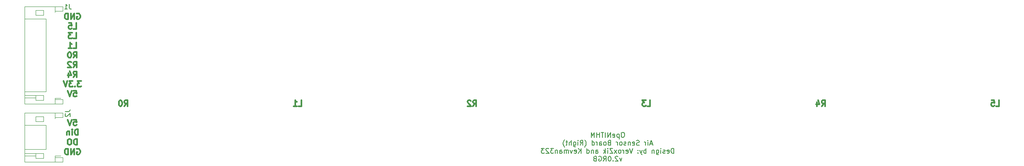
<source format=gbr>
G04 #@! TF.GenerationSoftware,KiCad,Pcbnew,(5.1.7)-1*
G04 #@! TF.CreationDate,2021-03-22T01:50:53-04:00*
G04 #@! TF.ProjectId,Circuit-AirSensor-Right,43697263-7569-4742-9d41-697253656e73,rev?*
G04 #@! TF.SameCoordinates,Original*
G04 #@! TF.FileFunction,Legend,Bot*
G04 #@! TF.FilePolarity,Positive*
%FSLAX46Y46*%
G04 Gerber Fmt 4.6, Leading zero omitted, Abs format (unit mm)*
G04 Created by KiCad (PCBNEW (5.1.7)-1) date 2021-03-22 01:50:53*
%MOMM*%
%LPD*%
G01*
G04 APERTURE LIST*
%ADD10C,0.300000*%
%ADD11C,0.150000*%
%ADD12C,0.120000*%
G04 APERTURE END LIST*
D10*
X60414285Y-118400000D02*
X60528571Y-118342857D01*
X60700000Y-118342857D01*
X60871428Y-118400000D01*
X60985714Y-118514285D01*
X61042857Y-118628571D01*
X61100000Y-118857142D01*
X61100000Y-119028571D01*
X61042857Y-119257142D01*
X60985714Y-119371428D01*
X60871428Y-119485714D01*
X60700000Y-119542857D01*
X60585714Y-119542857D01*
X60414285Y-119485714D01*
X60357142Y-119428571D01*
X60357142Y-119028571D01*
X60585714Y-119028571D01*
X59842857Y-119542857D02*
X59842857Y-118342857D01*
X59157142Y-119542857D01*
X59157142Y-118342857D01*
X58585714Y-119542857D02*
X58585714Y-118342857D01*
X58300000Y-118342857D01*
X58128571Y-118400000D01*
X58014285Y-118514285D01*
X57957142Y-118628571D01*
X57900000Y-118857142D01*
X57900000Y-119028571D01*
X57957142Y-119257142D01*
X58014285Y-119371428D01*
X58128571Y-119485714D01*
X58300000Y-119542857D01*
X58585714Y-119542857D01*
X60442857Y-117542857D02*
X60442857Y-116342857D01*
X60157142Y-116342857D01*
X59985714Y-116400000D01*
X59871428Y-116514285D01*
X59814285Y-116628571D01*
X59757142Y-116857142D01*
X59757142Y-117028571D01*
X59814285Y-117257142D01*
X59871428Y-117371428D01*
X59985714Y-117485714D01*
X60157142Y-117542857D01*
X60442857Y-117542857D01*
X59014285Y-116342857D02*
X58785714Y-116342857D01*
X58671428Y-116400000D01*
X58557142Y-116514285D01*
X58500000Y-116742857D01*
X58500000Y-117142857D01*
X58557142Y-117371428D01*
X58671428Y-117485714D01*
X58785714Y-117542857D01*
X59014285Y-117542857D01*
X59128571Y-117485714D01*
X59242857Y-117371428D01*
X59300000Y-117142857D01*
X59300000Y-116742857D01*
X59242857Y-116514285D01*
X59128571Y-116400000D01*
X59014285Y-116342857D01*
X60642857Y-115542857D02*
X60642857Y-114342857D01*
X60357142Y-114342857D01*
X60185714Y-114400000D01*
X60071428Y-114514285D01*
X60014285Y-114628571D01*
X59957142Y-114857142D01*
X59957142Y-115028571D01*
X60014285Y-115257142D01*
X60071428Y-115371428D01*
X60185714Y-115485714D01*
X60357142Y-115542857D01*
X60642857Y-115542857D01*
X59442857Y-115542857D02*
X59442857Y-114742857D01*
X59442857Y-114342857D02*
X59500000Y-114400000D01*
X59442857Y-114457142D01*
X59385714Y-114400000D01*
X59442857Y-114342857D01*
X59442857Y-114457142D01*
X58871428Y-114742857D02*
X58871428Y-115542857D01*
X58871428Y-114857142D02*
X58814285Y-114800000D01*
X58700000Y-114742857D01*
X58528571Y-114742857D01*
X58414285Y-114800000D01*
X58357142Y-114914285D01*
X58357142Y-115542857D01*
X59728571Y-112342857D02*
X60300000Y-112342857D01*
X60357142Y-112914285D01*
X60300000Y-112857142D01*
X60185714Y-112800000D01*
X59900000Y-112800000D01*
X59785714Y-112857142D01*
X59728571Y-112914285D01*
X59671428Y-113028571D01*
X59671428Y-113314285D01*
X59728571Y-113428571D01*
X59785714Y-113485714D01*
X59900000Y-113542857D01*
X60185714Y-113542857D01*
X60300000Y-113485714D01*
X60357142Y-113428571D01*
X59328571Y-112342857D02*
X58928571Y-113542857D01*
X58528571Y-112342857D01*
X70200000Y-109542857D02*
X70600000Y-108971428D01*
X70885714Y-109542857D02*
X70885714Y-108342857D01*
X70428571Y-108342857D01*
X70314285Y-108400000D01*
X70257142Y-108457142D01*
X70200000Y-108571428D01*
X70200000Y-108742857D01*
X70257142Y-108857142D01*
X70314285Y-108914285D01*
X70428571Y-108971428D01*
X70885714Y-108971428D01*
X69457142Y-108342857D02*
X69342857Y-108342857D01*
X69228571Y-108400000D01*
X69171428Y-108457142D01*
X69114285Y-108571428D01*
X69057142Y-108800000D01*
X69057142Y-109085714D01*
X69114285Y-109314285D01*
X69171428Y-109428571D01*
X69228571Y-109485714D01*
X69342857Y-109542857D01*
X69457142Y-109542857D01*
X69571428Y-109485714D01*
X69628571Y-109428571D01*
X69685714Y-109314285D01*
X69742857Y-109085714D01*
X69742857Y-108800000D01*
X69685714Y-108571428D01*
X69628571Y-108457142D01*
X69571428Y-108400000D01*
X69457142Y-108342857D01*
X59728571Y-106342857D02*
X60300000Y-106342857D01*
X60357142Y-106914285D01*
X60300000Y-106857142D01*
X60185714Y-106800000D01*
X59900000Y-106800000D01*
X59785714Y-106857142D01*
X59728571Y-106914285D01*
X59671428Y-107028571D01*
X59671428Y-107314285D01*
X59728571Y-107428571D01*
X59785714Y-107485714D01*
X59900000Y-107542857D01*
X60185714Y-107542857D01*
X60300000Y-107485714D01*
X60357142Y-107428571D01*
X59328571Y-106342857D02*
X58928571Y-107542857D01*
X58528571Y-106342857D01*
D11*
X173214285Y-114977380D02*
X173023809Y-114977380D01*
X172928571Y-115025000D01*
X172833333Y-115120238D01*
X172785714Y-115310714D01*
X172785714Y-115644047D01*
X172833333Y-115834523D01*
X172928571Y-115929761D01*
X173023809Y-115977380D01*
X173214285Y-115977380D01*
X173309523Y-115929761D01*
X173404761Y-115834523D01*
X173452380Y-115644047D01*
X173452380Y-115310714D01*
X173404761Y-115120238D01*
X173309523Y-115025000D01*
X173214285Y-114977380D01*
X172357142Y-115310714D02*
X172357142Y-116310714D01*
X172357142Y-115358333D02*
X172261904Y-115310714D01*
X172071428Y-115310714D01*
X171976190Y-115358333D01*
X171928571Y-115405952D01*
X171880952Y-115501190D01*
X171880952Y-115786904D01*
X171928571Y-115882142D01*
X171976190Y-115929761D01*
X172071428Y-115977380D01*
X172261904Y-115977380D01*
X172357142Y-115929761D01*
X171071428Y-115929761D02*
X171166666Y-115977380D01*
X171357142Y-115977380D01*
X171452380Y-115929761D01*
X171500000Y-115834523D01*
X171500000Y-115453571D01*
X171452380Y-115358333D01*
X171357142Y-115310714D01*
X171166666Y-115310714D01*
X171071428Y-115358333D01*
X171023809Y-115453571D01*
X171023809Y-115548809D01*
X171500000Y-115644047D01*
X170595238Y-115977380D02*
X170595238Y-114977380D01*
X170023809Y-115977380D01*
X170023809Y-114977380D01*
X169547619Y-115977380D02*
X169547619Y-114977380D01*
X169214285Y-114977380D02*
X168642857Y-114977380D01*
X168928571Y-115977380D02*
X168928571Y-114977380D01*
X168309523Y-115977380D02*
X168309523Y-114977380D01*
X168309523Y-115453571D02*
X167738095Y-115453571D01*
X167738095Y-115977380D02*
X167738095Y-114977380D01*
X167261904Y-115977380D02*
X167261904Y-114977380D01*
X166928571Y-115691666D01*
X166595238Y-114977380D01*
X166595238Y-115977380D01*
X179214285Y-117341666D02*
X178738095Y-117341666D01*
X179309523Y-117627380D02*
X178976190Y-116627380D01*
X178642857Y-117627380D01*
X178309523Y-117627380D02*
X178309523Y-116960714D01*
X178309523Y-116627380D02*
X178357142Y-116675000D01*
X178309523Y-116722619D01*
X178261904Y-116675000D01*
X178309523Y-116627380D01*
X178309523Y-116722619D01*
X177833333Y-117627380D02*
X177833333Y-116960714D01*
X177833333Y-117151190D02*
X177785714Y-117055952D01*
X177738095Y-117008333D01*
X177642857Y-116960714D01*
X177547619Y-116960714D01*
X176500000Y-117579761D02*
X176357142Y-117627380D01*
X176119047Y-117627380D01*
X176023809Y-117579761D01*
X175976190Y-117532142D01*
X175928571Y-117436904D01*
X175928571Y-117341666D01*
X175976190Y-117246428D01*
X176023809Y-117198809D01*
X176119047Y-117151190D01*
X176309523Y-117103571D01*
X176404761Y-117055952D01*
X176452380Y-117008333D01*
X176500000Y-116913095D01*
X176500000Y-116817857D01*
X176452380Y-116722619D01*
X176404761Y-116675000D01*
X176309523Y-116627380D01*
X176071428Y-116627380D01*
X175928571Y-116675000D01*
X175119047Y-117579761D02*
X175214285Y-117627380D01*
X175404761Y-117627380D01*
X175500000Y-117579761D01*
X175547619Y-117484523D01*
X175547619Y-117103571D01*
X175500000Y-117008333D01*
X175404761Y-116960714D01*
X175214285Y-116960714D01*
X175119047Y-117008333D01*
X175071428Y-117103571D01*
X175071428Y-117198809D01*
X175547619Y-117294047D01*
X174642857Y-116960714D02*
X174642857Y-117627380D01*
X174642857Y-117055952D02*
X174595238Y-117008333D01*
X174500000Y-116960714D01*
X174357142Y-116960714D01*
X174261904Y-117008333D01*
X174214285Y-117103571D01*
X174214285Y-117627380D01*
X173785714Y-117579761D02*
X173690476Y-117627380D01*
X173500000Y-117627380D01*
X173404761Y-117579761D01*
X173357142Y-117484523D01*
X173357142Y-117436904D01*
X173404761Y-117341666D01*
X173500000Y-117294047D01*
X173642857Y-117294047D01*
X173738095Y-117246428D01*
X173785714Y-117151190D01*
X173785714Y-117103571D01*
X173738095Y-117008333D01*
X173642857Y-116960714D01*
X173500000Y-116960714D01*
X173404761Y-117008333D01*
X172785714Y-117627380D02*
X172880952Y-117579761D01*
X172928571Y-117532142D01*
X172976190Y-117436904D01*
X172976190Y-117151190D01*
X172928571Y-117055952D01*
X172880952Y-117008333D01*
X172785714Y-116960714D01*
X172642857Y-116960714D01*
X172547619Y-117008333D01*
X172500000Y-117055952D01*
X172452380Y-117151190D01*
X172452380Y-117436904D01*
X172500000Y-117532142D01*
X172547619Y-117579761D01*
X172642857Y-117627380D01*
X172785714Y-117627380D01*
X172023809Y-117627380D02*
X172023809Y-116960714D01*
X172023809Y-117151190D02*
X171976190Y-117055952D01*
X171928571Y-117008333D01*
X171833333Y-116960714D01*
X171738095Y-116960714D01*
X170309523Y-117103571D02*
X170166666Y-117151190D01*
X170119047Y-117198809D01*
X170071428Y-117294047D01*
X170071428Y-117436904D01*
X170119047Y-117532142D01*
X170166666Y-117579761D01*
X170261904Y-117627380D01*
X170642857Y-117627380D01*
X170642857Y-116627380D01*
X170309523Y-116627380D01*
X170214285Y-116675000D01*
X170166666Y-116722619D01*
X170119047Y-116817857D01*
X170119047Y-116913095D01*
X170166666Y-117008333D01*
X170214285Y-117055952D01*
X170309523Y-117103571D01*
X170642857Y-117103571D01*
X169500000Y-117627380D02*
X169595238Y-117579761D01*
X169642857Y-117532142D01*
X169690476Y-117436904D01*
X169690476Y-117151190D01*
X169642857Y-117055952D01*
X169595238Y-117008333D01*
X169500000Y-116960714D01*
X169357142Y-116960714D01*
X169261904Y-117008333D01*
X169214285Y-117055952D01*
X169166666Y-117151190D01*
X169166666Y-117436904D01*
X169214285Y-117532142D01*
X169261904Y-117579761D01*
X169357142Y-117627380D01*
X169500000Y-117627380D01*
X168309523Y-117627380D02*
X168309523Y-117103571D01*
X168357142Y-117008333D01*
X168452380Y-116960714D01*
X168642857Y-116960714D01*
X168738095Y-117008333D01*
X168309523Y-117579761D02*
X168404761Y-117627380D01*
X168642857Y-117627380D01*
X168738095Y-117579761D01*
X168785714Y-117484523D01*
X168785714Y-117389285D01*
X168738095Y-117294047D01*
X168642857Y-117246428D01*
X168404761Y-117246428D01*
X168309523Y-117198809D01*
X167833333Y-117627380D02*
X167833333Y-116960714D01*
X167833333Y-117151190D02*
X167785714Y-117055952D01*
X167738095Y-117008333D01*
X167642857Y-116960714D01*
X167547619Y-116960714D01*
X166785714Y-117627380D02*
X166785714Y-116627380D01*
X166785714Y-117579761D02*
X166880952Y-117627380D01*
X167071428Y-117627380D01*
X167166666Y-117579761D01*
X167214285Y-117532142D01*
X167261904Y-117436904D01*
X167261904Y-117151190D01*
X167214285Y-117055952D01*
X167166666Y-117008333D01*
X167071428Y-116960714D01*
X166880952Y-116960714D01*
X166785714Y-117008333D01*
X165261904Y-118008333D02*
X165309523Y-117960714D01*
X165404761Y-117817857D01*
X165452380Y-117722619D01*
X165500000Y-117579761D01*
X165547619Y-117341666D01*
X165547619Y-117151190D01*
X165500000Y-116913095D01*
X165452380Y-116770238D01*
X165404761Y-116675000D01*
X165309523Y-116532142D01*
X165261904Y-116484523D01*
X164309523Y-117627380D02*
X164642857Y-117151190D01*
X164880952Y-117627380D02*
X164880952Y-116627380D01*
X164500000Y-116627380D01*
X164404761Y-116675000D01*
X164357142Y-116722619D01*
X164309523Y-116817857D01*
X164309523Y-116960714D01*
X164357142Y-117055952D01*
X164404761Y-117103571D01*
X164500000Y-117151190D01*
X164880952Y-117151190D01*
X163880952Y-117627380D02*
X163880952Y-116960714D01*
X163880952Y-116627380D02*
X163928571Y-116675000D01*
X163880952Y-116722619D01*
X163833333Y-116675000D01*
X163880952Y-116627380D01*
X163880952Y-116722619D01*
X162976190Y-116960714D02*
X162976190Y-117770238D01*
X163023809Y-117865476D01*
X163071428Y-117913095D01*
X163166666Y-117960714D01*
X163309523Y-117960714D01*
X163404761Y-117913095D01*
X162976190Y-117579761D02*
X163071428Y-117627380D01*
X163261904Y-117627380D01*
X163357142Y-117579761D01*
X163404761Y-117532142D01*
X163452380Y-117436904D01*
X163452380Y-117151190D01*
X163404761Y-117055952D01*
X163357142Y-117008333D01*
X163261904Y-116960714D01*
X163071428Y-116960714D01*
X162976190Y-117008333D01*
X162500000Y-117627380D02*
X162500000Y-116627380D01*
X162071428Y-117627380D02*
X162071428Y-117103571D01*
X162119047Y-117008333D01*
X162214285Y-116960714D01*
X162357142Y-116960714D01*
X162452380Y-117008333D01*
X162500000Y-117055952D01*
X161738095Y-116960714D02*
X161357142Y-116960714D01*
X161595238Y-116627380D02*
X161595238Y-117484523D01*
X161547619Y-117579761D01*
X161452380Y-117627380D01*
X161357142Y-117627380D01*
X161119047Y-118008333D02*
X161071428Y-117960714D01*
X160976190Y-117817857D01*
X160928571Y-117722619D01*
X160880952Y-117579761D01*
X160833333Y-117341666D01*
X160833333Y-117151190D01*
X160880952Y-116913095D01*
X160928571Y-116770238D01*
X160976190Y-116675000D01*
X161071428Y-116532142D01*
X161119047Y-116484523D01*
X183642857Y-119277380D02*
X183642857Y-118277380D01*
X183404761Y-118277380D01*
X183261904Y-118325000D01*
X183166666Y-118420238D01*
X183119047Y-118515476D01*
X183071428Y-118705952D01*
X183071428Y-118848809D01*
X183119047Y-119039285D01*
X183166666Y-119134523D01*
X183261904Y-119229761D01*
X183404761Y-119277380D01*
X183642857Y-119277380D01*
X182261904Y-119229761D02*
X182357142Y-119277380D01*
X182547619Y-119277380D01*
X182642857Y-119229761D01*
X182690476Y-119134523D01*
X182690476Y-118753571D01*
X182642857Y-118658333D01*
X182547619Y-118610714D01*
X182357142Y-118610714D01*
X182261904Y-118658333D01*
X182214285Y-118753571D01*
X182214285Y-118848809D01*
X182690476Y-118944047D01*
X181833333Y-119229761D02*
X181738095Y-119277380D01*
X181547619Y-119277380D01*
X181452380Y-119229761D01*
X181404761Y-119134523D01*
X181404761Y-119086904D01*
X181452380Y-118991666D01*
X181547619Y-118944047D01*
X181690476Y-118944047D01*
X181785714Y-118896428D01*
X181833333Y-118801190D01*
X181833333Y-118753571D01*
X181785714Y-118658333D01*
X181690476Y-118610714D01*
X181547619Y-118610714D01*
X181452380Y-118658333D01*
X180976190Y-119277380D02*
X180976190Y-118610714D01*
X180976190Y-118277380D02*
X181023809Y-118325000D01*
X180976190Y-118372619D01*
X180928571Y-118325000D01*
X180976190Y-118277380D01*
X180976190Y-118372619D01*
X180071428Y-118610714D02*
X180071428Y-119420238D01*
X180119047Y-119515476D01*
X180166666Y-119563095D01*
X180261904Y-119610714D01*
X180404761Y-119610714D01*
X180500000Y-119563095D01*
X180071428Y-119229761D02*
X180166666Y-119277380D01*
X180357142Y-119277380D01*
X180452380Y-119229761D01*
X180500000Y-119182142D01*
X180547619Y-119086904D01*
X180547619Y-118801190D01*
X180500000Y-118705952D01*
X180452380Y-118658333D01*
X180357142Y-118610714D01*
X180166666Y-118610714D01*
X180071428Y-118658333D01*
X179595238Y-118610714D02*
X179595238Y-119277380D01*
X179595238Y-118705952D02*
X179547619Y-118658333D01*
X179452380Y-118610714D01*
X179309523Y-118610714D01*
X179214285Y-118658333D01*
X179166666Y-118753571D01*
X179166666Y-119277380D01*
X177928571Y-119277380D02*
X177928571Y-118277380D01*
X177928571Y-118658333D02*
X177833333Y-118610714D01*
X177642857Y-118610714D01*
X177547619Y-118658333D01*
X177500000Y-118705952D01*
X177452380Y-118801190D01*
X177452380Y-119086904D01*
X177500000Y-119182142D01*
X177547619Y-119229761D01*
X177642857Y-119277380D01*
X177833333Y-119277380D01*
X177928571Y-119229761D01*
X177119047Y-118610714D02*
X176880952Y-119277380D01*
X176642857Y-118610714D02*
X176880952Y-119277380D01*
X176976190Y-119515476D01*
X177023809Y-119563095D01*
X177119047Y-119610714D01*
X176261904Y-119182142D02*
X176214285Y-119229761D01*
X176261904Y-119277380D01*
X176309523Y-119229761D01*
X176261904Y-119182142D01*
X176261904Y-119277380D01*
X176261904Y-118658333D02*
X176214285Y-118705952D01*
X176261904Y-118753571D01*
X176309523Y-118705952D01*
X176261904Y-118658333D01*
X176261904Y-118753571D01*
X175166666Y-118277380D02*
X174833333Y-119277380D01*
X174500000Y-118277380D01*
X173785714Y-119229761D02*
X173880952Y-119277380D01*
X174071428Y-119277380D01*
X174166666Y-119229761D01*
X174214285Y-119134523D01*
X174214285Y-118753571D01*
X174166666Y-118658333D01*
X174071428Y-118610714D01*
X173880952Y-118610714D01*
X173785714Y-118658333D01*
X173738095Y-118753571D01*
X173738095Y-118848809D01*
X174214285Y-118944047D01*
X173309523Y-119277380D02*
X173309523Y-118610714D01*
X173309523Y-118801190D02*
X173261904Y-118705952D01*
X173214285Y-118658333D01*
X173119047Y-118610714D01*
X173023809Y-118610714D01*
X172547619Y-119277380D02*
X172642857Y-119229761D01*
X172690476Y-119182142D01*
X172738095Y-119086904D01*
X172738095Y-118801190D01*
X172690476Y-118705952D01*
X172642857Y-118658333D01*
X172547619Y-118610714D01*
X172404761Y-118610714D01*
X172309523Y-118658333D01*
X172261904Y-118705952D01*
X172214285Y-118801190D01*
X172214285Y-119086904D01*
X172261904Y-119182142D01*
X172309523Y-119229761D01*
X172404761Y-119277380D01*
X172547619Y-119277380D01*
X171880952Y-119277380D02*
X171357142Y-118610714D01*
X171880952Y-118610714D02*
X171357142Y-119277380D01*
X171071428Y-118277380D02*
X170404761Y-118277380D01*
X171071428Y-119277380D01*
X170404761Y-119277380D01*
X170023809Y-119277380D02*
X170023809Y-118610714D01*
X170023809Y-118277380D02*
X170071428Y-118325000D01*
X170023809Y-118372619D01*
X169976190Y-118325000D01*
X170023809Y-118277380D01*
X170023809Y-118372619D01*
X169547619Y-119277380D02*
X169547619Y-118277380D01*
X169452380Y-118896428D02*
X169166666Y-119277380D01*
X169166666Y-118610714D02*
X169547619Y-118991666D01*
X167547619Y-119277380D02*
X167547619Y-118753571D01*
X167595238Y-118658333D01*
X167690476Y-118610714D01*
X167880952Y-118610714D01*
X167976190Y-118658333D01*
X167547619Y-119229761D02*
X167642857Y-119277380D01*
X167880952Y-119277380D01*
X167976190Y-119229761D01*
X168023809Y-119134523D01*
X168023809Y-119039285D01*
X167976190Y-118944047D01*
X167880952Y-118896428D01*
X167642857Y-118896428D01*
X167547619Y-118848809D01*
X167071428Y-118610714D02*
X167071428Y-119277380D01*
X167071428Y-118705952D02*
X167023809Y-118658333D01*
X166928571Y-118610714D01*
X166785714Y-118610714D01*
X166690476Y-118658333D01*
X166642857Y-118753571D01*
X166642857Y-119277380D01*
X165738095Y-119277380D02*
X165738095Y-118277380D01*
X165738095Y-119229761D02*
X165833333Y-119277380D01*
X166023809Y-119277380D01*
X166119047Y-119229761D01*
X166166666Y-119182142D01*
X166214285Y-119086904D01*
X166214285Y-118801190D01*
X166166666Y-118705952D01*
X166119047Y-118658333D01*
X166023809Y-118610714D01*
X165833333Y-118610714D01*
X165738095Y-118658333D01*
X164500000Y-119277380D02*
X164500000Y-118277380D01*
X163928571Y-119277380D02*
X164357142Y-118705952D01*
X163928571Y-118277380D02*
X164500000Y-118848809D01*
X163119047Y-119229761D02*
X163214285Y-119277380D01*
X163404761Y-119277380D01*
X163500000Y-119229761D01*
X163547619Y-119134523D01*
X163547619Y-118753571D01*
X163500000Y-118658333D01*
X163404761Y-118610714D01*
X163214285Y-118610714D01*
X163119047Y-118658333D01*
X163071428Y-118753571D01*
X163071428Y-118848809D01*
X163547619Y-118944047D01*
X162738095Y-118610714D02*
X162500000Y-119277380D01*
X162261904Y-118610714D01*
X161880952Y-119277380D02*
X161880952Y-118610714D01*
X161880952Y-118705952D02*
X161833333Y-118658333D01*
X161738095Y-118610714D01*
X161595238Y-118610714D01*
X161500000Y-118658333D01*
X161452380Y-118753571D01*
X161452380Y-119277380D01*
X161452380Y-118753571D02*
X161404761Y-118658333D01*
X161309523Y-118610714D01*
X161166666Y-118610714D01*
X161071428Y-118658333D01*
X161023809Y-118753571D01*
X161023809Y-119277380D01*
X160119047Y-119277380D02*
X160119047Y-118753571D01*
X160166666Y-118658333D01*
X160261904Y-118610714D01*
X160452380Y-118610714D01*
X160547619Y-118658333D01*
X160119047Y-119229761D02*
X160214285Y-119277380D01*
X160452380Y-119277380D01*
X160547619Y-119229761D01*
X160595238Y-119134523D01*
X160595238Y-119039285D01*
X160547619Y-118944047D01*
X160452380Y-118896428D01*
X160214285Y-118896428D01*
X160119047Y-118848809D01*
X159642857Y-118610714D02*
X159642857Y-119277380D01*
X159642857Y-118705952D02*
X159595238Y-118658333D01*
X159500000Y-118610714D01*
X159357142Y-118610714D01*
X159261904Y-118658333D01*
X159214285Y-118753571D01*
X159214285Y-119277380D01*
X158833333Y-118277380D02*
X158214285Y-118277380D01*
X158547619Y-118658333D01*
X158404761Y-118658333D01*
X158309523Y-118705952D01*
X158261904Y-118753571D01*
X158214285Y-118848809D01*
X158214285Y-119086904D01*
X158261904Y-119182142D01*
X158309523Y-119229761D01*
X158404761Y-119277380D01*
X158690476Y-119277380D01*
X158785714Y-119229761D01*
X158833333Y-119182142D01*
X157833333Y-118372619D02*
X157785714Y-118325000D01*
X157690476Y-118277380D01*
X157452380Y-118277380D01*
X157357142Y-118325000D01*
X157309523Y-118372619D01*
X157261904Y-118467857D01*
X157261904Y-118563095D01*
X157309523Y-118705952D01*
X157880952Y-119277380D01*
X157261904Y-119277380D01*
X156928571Y-118277380D02*
X156309523Y-118277380D01*
X156642857Y-118658333D01*
X156500000Y-118658333D01*
X156404761Y-118705952D01*
X156357142Y-118753571D01*
X156309523Y-118848809D01*
X156309523Y-119086904D01*
X156357142Y-119182142D01*
X156404761Y-119229761D01*
X156500000Y-119277380D01*
X156785714Y-119277380D01*
X156880952Y-119229761D01*
X156928571Y-119182142D01*
X172928571Y-120260714D02*
X172690476Y-120927380D01*
X172452380Y-120260714D01*
X172119047Y-120022619D02*
X172071428Y-119975000D01*
X171976190Y-119927380D01*
X171738095Y-119927380D01*
X171642857Y-119975000D01*
X171595238Y-120022619D01*
X171547619Y-120117857D01*
X171547619Y-120213095D01*
X171595238Y-120355952D01*
X172166666Y-120927380D01*
X171547619Y-120927380D01*
X171119047Y-120832142D02*
X171071428Y-120879761D01*
X171119047Y-120927380D01*
X171166666Y-120879761D01*
X171119047Y-120832142D01*
X171119047Y-120927380D01*
X170452380Y-119927380D02*
X170357142Y-119927380D01*
X170261904Y-119975000D01*
X170214285Y-120022619D01*
X170166666Y-120117857D01*
X170119047Y-120308333D01*
X170119047Y-120546428D01*
X170166666Y-120736904D01*
X170214285Y-120832142D01*
X170261904Y-120879761D01*
X170357142Y-120927380D01*
X170452380Y-120927380D01*
X170547619Y-120879761D01*
X170595238Y-120832142D01*
X170642857Y-120736904D01*
X170690476Y-120546428D01*
X170690476Y-120308333D01*
X170642857Y-120117857D01*
X170595238Y-120022619D01*
X170547619Y-119975000D01*
X170452380Y-119927380D01*
X169119047Y-120927380D02*
X169452380Y-120451190D01*
X169690476Y-120927380D02*
X169690476Y-119927380D01*
X169309523Y-119927380D01*
X169214285Y-119975000D01*
X169166666Y-120022619D01*
X169119047Y-120117857D01*
X169119047Y-120260714D01*
X169166666Y-120355952D01*
X169214285Y-120403571D01*
X169309523Y-120451190D01*
X169690476Y-120451190D01*
X168166666Y-119975000D02*
X168261904Y-119927380D01*
X168404761Y-119927380D01*
X168547619Y-119975000D01*
X168642857Y-120070238D01*
X168690476Y-120165476D01*
X168738095Y-120355952D01*
X168738095Y-120498809D01*
X168690476Y-120689285D01*
X168642857Y-120784523D01*
X168547619Y-120879761D01*
X168404761Y-120927380D01*
X168309523Y-120927380D01*
X168166666Y-120879761D01*
X168119047Y-120832142D01*
X168119047Y-120498809D01*
X168309523Y-120498809D01*
X167357142Y-120403571D02*
X167214285Y-120451190D01*
X167166666Y-120498809D01*
X167119047Y-120594047D01*
X167119047Y-120736904D01*
X167166666Y-120832142D01*
X167214285Y-120879761D01*
X167309523Y-120927380D01*
X167690476Y-120927380D01*
X167690476Y-119927380D01*
X167357142Y-119927380D01*
X167261904Y-119975000D01*
X167214285Y-120022619D01*
X167166666Y-120117857D01*
X167166666Y-120213095D01*
X167214285Y-120308333D01*
X167261904Y-120355952D01*
X167357142Y-120403571D01*
X167690476Y-120403571D01*
D10*
X142200000Y-109542857D02*
X142600000Y-108971428D01*
X142885714Y-109542857D02*
X142885714Y-108342857D01*
X142428571Y-108342857D01*
X142314285Y-108400000D01*
X142257142Y-108457142D01*
X142200000Y-108571428D01*
X142200000Y-108742857D01*
X142257142Y-108857142D01*
X142314285Y-108914285D01*
X142428571Y-108971428D01*
X142885714Y-108971428D01*
X141742857Y-108457142D02*
X141685714Y-108400000D01*
X141571428Y-108342857D01*
X141285714Y-108342857D01*
X141171428Y-108400000D01*
X141114285Y-108457142D01*
X141057142Y-108571428D01*
X141057142Y-108685714D01*
X141114285Y-108857142D01*
X141800000Y-109542857D01*
X141057142Y-109542857D01*
X250200000Y-109542857D02*
X250771428Y-109542857D01*
X250771428Y-108342857D01*
X249228571Y-108342857D02*
X249800000Y-108342857D01*
X249857142Y-108914285D01*
X249800000Y-108857142D01*
X249685714Y-108800000D01*
X249400000Y-108800000D01*
X249285714Y-108857142D01*
X249228571Y-108914285D01*
X249171428Y-109028571D01*
X249171428Y-109314285D01*
X249228571Y-109428571D01*
X249285714Y-109485714D01*
X249400000Y-109542857D01*
X249685714Y-109542857D01*
X249800000Y-109485714D01*
X249857142Y-109428571D01*
X214200000Y-109542857D02*
X214600000Y-108971428D01*
X214885714Y-109542857D02*
X214885714Y-108342857D01*
X214428571Y-108342857D01*
X214314285Y-108400000D01*
X214257142Y-108457142D01*
X214200000Y-108571428D01*
X214200000Y-108742857D01*
X214257142Y-108857142D01*
X214314285Y-108914285D01*
X214428571Y-108971428D01*
X214885714Y-108971428D01*
X213171428Y-108742857D02*
X213171428Y-109542857D01*
X213457142Y-108285714D02*
X213742857Y-109142857D01*
X213000000Y-109142857D01*
X178200000Y-109542857D02*
X178771428Y-109542857D01*
X178771428Y-108342857D01*
X177914285Y-108342857D02*
X177171428Y-108342857D01*
X177571428Y-108800000D01*
X177400000Y-108800000D01*
X177285714Y-108857142D01*
X177228571Y-108914285D01*
X177171428Y-109028571D01*
X177171428Y-109314285D01*
X177228571Y-109428571D01*
X177285714Y-109485714D01*
X177400000Y-109542857D01*
X177742857Y-109542857D01*
X177857142Y-109485714D01*
X177914285Y-109428571D01*
X106200000Y-109542857D02*
X106771428Y-109542857D01*
X106771428Y-108342857D01*
X105171428Y-109542857D02*
X105857142Y-109542857D01*
X105514285Y-109542857D02*
X105514285Y-108342857D01*
X105628571Y-108514285D01*
X105742857Y-108628571D01*
X105857142Y-108685714D01*
X60414285Y-90400000D02*
X60528571Y-90342857D01*
X60700000Y-90342857D01*
X60871428Y-90400000D01*
X60985714Y-90514285D01*
X61042857Y-90628571D01*
X61100000Y-90857142D01*
X61100000Y-91028571D01*
X61042857Y-91257142D01*
X60985714Y-91371428D01*
X60871428Y-91485714D01*
X60700000Y-91542857D01*
X60585714Y-91542857D01*
X60414285Y-91485714D01*
X60357142Y-91428571D01*
X60357142Y-91028571D01*
X60585714Y-91028571D01*
X59842857Y-91542857D02*
X59842857Y-90342857D01*
X59157142Y-91542857D01*
X59157142Y-90342857D01*
X58585714Y-91542857D02*
X58585714Y-90342857D01*
X58300000Y-90342857D01*
X58128571Y-90400000D01*
X58014285Y-90514285D01*
X57957142Y-90628571D01*
X57900000Y-90857142D01*
X57900000Y-91028571D01*
X57957142Y-91257142D01*
X58014285Y-91371428D01*
X58128571Y-91485714D01*
X58300000Y-91542857D01*
X58585714Y-91542857D01*
X59700000Y-93542857D02*
X60271428Y-93542857D01*
X60271428Y-92342857D01*
X58728571Y-92342857D02*
X59300000Y-92342857D01*
X59357142Y-92914285D01*
X59300000Y-92857142D01*
X59185714Y-92800000D01*
X58900000Y-92800000D01*
X58785714Y-92857142D01*
X58728571Y-92914285D01*
X58671428Y-93028571D01*
X58671428Y-93314285D01*
X58728571Y-93428571D01*
X58785714Y-93485714D01*
X58900000Y-93542857D01*
X59185714Y-93542857D01*
X59300000Y-93485714D01*
X59357142Y-93428571D01*
X59700000Y-95542857D02*
X60271428Y-95542857D01*
X60271428Y-94342857D01*
X59414285Y-94342857D02*
X58671428Y-94342857D01*
X59071428Y-94800000D01*
X58900000Y-94800000D01*
X58785714Y-94857142D01*
X58728571Y-94914285D01*
X58671428Y-95028571D01*
X58671428Y-95314285D01*
X58728571Y-95428571D01*
X58785714Y-95485714D01*
X58900000Y-95542857D01*
X59242857Y-95542857D01*
X59357142Y-95485714D01*
X59414285Y-95428571D01*
X59700000Y-97542857D02*
X60271428Y-97542857D01*
X60271428Y-96342857D01*
X58671428Y-97542857D02*
X59357142Y-97542857D01*
X59014285Y-97542857D02*
X59014285Y-96342857D01*
X59128571Y-96514285D01*
X59242857Y-96628571D01*
X59357142Y-96685714D01*
X59700000Y-99542857D02*
X60100000Y-98971428D01*
X60385714Y-99542857D02*
X60385714Y-98342857D01*
X59928571Y-98342857D01*
X59814285Y-98400000D01*
X59757142Y-98457142D01*
X59700000Y-98571428D01*
X59700000Y-98742857D01*
X59757142Y-98857142D01*
X59814285Y-98914285D01*
X59928571Y-98971428D01*
X60385714Y-98971428D01*
X58957142Y-98342857D02*
X58842857Y-98342857D01*
X58728571Y-98400000D01*
X58671428Y-98457142D01*
X58614285Y-98571428D01*
X58557142Y-98800000D01*
X58557142Y-99085714D01*
X58614285Y-99314285D01*
X58671428Y-99428571D01*
X58728571Y-99485714D01*
X58842857Y-99542857D01*
X58957142Y-99542857D01*
X59071428Y-99485714D01*
X59128571Y-99428571D01*
X59185714Y-99314285D01*
X59242857Y-99085714D01*
X59242857Y-98800000D01*
X59185714Y-98571428D01*
X59128571Y-98457142D01*
X59071428Y-98400000D01*
X58957142Y-98342857D01*
X59700000Y-101542857D02*
X60100000Y-100971428D01*
X60385714Y-101542857D02*
X60385714Y-100342857D01*
X59928571Y-100342857D01*
X59814285Y-100400000D01*
X59757142Y-100457142D01*
X59700000Y-100571428D01*
X59700000Y-100742857D01*
X59757142Y-100857142D01*
X59814285Y-100914285D01*
X59928571Y-100971428D01*
X60385714Y-100971428D01*
X59242857Y-100457142D02*
X59185714Y-100400000D01*
X59071428Y-100342857D01*
X58785714Y-100342857D01*
X58671428Y-100400000D01*
X58614285Y-100457142D01*
X58557142Y-100571428D01*
X58557142Y-100685714D01*
X58614285Y-100857142D01*
X59300000Y-101542857D01*
X58557142Y-101542857D01*
X59700000Y-103542857D02*
X60100000Y-102971428D01*
X60385714Y-103542857D02*
X60385714Y-102342857D01*
X59928571Y-102342857D01*
X59814285Y-102400000D01*
X59757142Y-102457142D01*
X59700000Y-102571428D01*
X59700000Y-102742857D01*
X59757142Y-102857142D01*
X59814285Y-102914285D01*
X59928571Y-102971428D01*
X60385714Y-102971428D01*
X58671428Y-102742857D02*
X58671428Y-103542857D01*
X58957142Y-102285714D02*
X59242857Y-103142857D01*
X58500000Y-103142857D01*
X61271428Y-104342857D02*
X60528571Y-104342857D01*
X60928571Y-104800000D01*
X60757142Y-104800000D01*
X60642857Y-104857142D01*
X60585714Y-104914285D01*
X60528571Y-105028571D01*
X60528571Y-105314285D01*
X60585714Y-105428571D01*
X60642857Y-105485714D01*
X60757142Y-105542857D01*
X61100000Y-105542857D01*
X61214285Y-105485714D01*
X61271428Y-105428571D01*
X60014285Y-105428571D02*
X59957142Y-105485714D01*
X60014285Y-105542857D01*
X60071428Y-105485714D01*
X60014285Y-105428571D01*
X60014285Y-105542857D01*
X59557142Y-104342857D02*
X58814285Y-104342857D01*
X59214285Y-104800000D01*
X59042857Y-104800000D01*
X58928571Y-104857142D01*
X58871428Y-104914285D01*
X58814285Y-105028571D01*
X58814285Y-105314285D01*
X58871428Y-105428571D01*
X58928571Y-105485714D01*
X59042857Y-105542857D01*
X59385714Y-105542857D01*
X59500000Y-105485714D01*
X59557142Y-105428571D01*
X58471428Y-104342857D02*
X58071428Y-105542857D01*
X57671428Y-104342857D01*
D12*
X55860000Y-119860000D02*
X55860000Y-120140000D01*
X55860000Y-120140000D02*
X57460000Y-120140000D01*
X57460000Y-120140000D02*
X57460000Y-121060000D01*
X57460000Y-121060000D02*
X49640000Y-121060000D01*
X49640000Y-121060000D02*
X49640000Y-110940000D01*
X49640000Y-110940000D02*
X57460000Y-110940000D01*
X57460000Y-110940000D02*
X57460000Y-111860000D01*
X57460000Y-111860000D02*
X55860000Y-111860000D01*
X55860000Y-111860000D02*
X55860000Y-112140000D01*
X49640000Y-118500000D02*
X54000000Y-118500000D01*
X54000000Y-118500000D02*
X54000000Y-113500000D01*
X54000000Y-113500000D02*
X49640000Y-113500000D01*
X55860000Y-121060000D02*
X55860000Y-120140000D01*
X55860000Y-110940000D02*
X55860000Y-111860000D01*
X53500000Y-120300000D02*
X51900000Y-120300000D01*
X51900000Y-120300000D02*
X51900000Y-119300000D01*
X51900000Y-119300000D02*
X53500000Y-119300000D01*
X53500000Y-119300000D02*
X53500000Y-120300000D01*
X53500000Y-111700000D02*
X51900000Y-111700000D01*
X51900000Y-111700000D02*
X51900000Y-112700000D01*
X51900000Y-112700000D02*
X53500000Y-112700000D01*
X53500000Y-112700000D02*
X53500000Y-111700000D01*
X51900000Y-119300000D02*
X49640000Y-119300000D01*
X51900000Y-119800000D02*
X49640000Y-119800000D01*
X55860000Y-119860000D02*
X57075000Y-119860000D01*
X55860000Y-107860000D02*
X57075000Y-107860000D01*
X51900000Y-107800000D02*
X49640000Y-107800000D01*
X51900000Y-107300000D02*
X49640000Y-107300000D01*
X53500000Y-90700000D02*
X53500000Y-89700000D01*
X51900000Y-90700000D02*
X53500000Y-90700000D01*
X51900000Y-89700000D02*
X51900000Y-90700000D01*
X53500000Y-89700000D02*
X51900000Y-89700000D01*
X53500000Y-107300000D02*
X53500000Y-108300000D01*
X51900000Y-107300000D02*
X53500000Y-107300000D01*
X51900000Y-108300000D02*
X51900000Y-107300000D01*
X53500000Y-108300000D02*
X51900000Y-108300000D01*
X55860000Y-88940000D02*
X55860000Y-89860000D01*
X55860000Y-109060000D02*
X55860000Y-108140000D01*
X54000000Y-91500000D02*
X49640000Y-91500000D01*
X54000000Y-106500000D02*
X54000000Y-91500000D01*
X49640000Y-106500000D02*
X54000000Y-106500000D01*
X55860000Y-89860000D02*
X55860000Y-90140000D01*
X57460000Y-89860000D02*
X55860000Y-89860000D01*
X57460000Y-88940000D02*
X57460000Y-89860000D01*
X49640000Y-88940000D02*
X57460000Y-88940000D01*
X49640000Y-109060000D02*
X49640000Y-88940000D01*
X57460000Y-109060000D02*
X49640000Y-109060000D01*
X57460000Y-108140000D02*
X57460000Y-109060000D01*
X55860000Y-108140000D02*
X57460000Y-108140000D01*
X55860000Y-107860000D02*
X55860000Y-108140000D01*
D11*
X58002380Y-110666666D02*
X58716666Y-110666666D01*
X58859523Y-110619047D01*
X58954761Y-110523809D01*
X59002380Y-110380952D01*
X59002380Y-110285714D01*
X58097619Y-111095238D02*
X58050000Y-111142857D01*
X58002380Y-111238095D01*
X58002380Y-111476190D01*
X58050000Y-111571428D01*
X58097619Y-111619047D01*
X58192857Y-111666666D01*
X58288095Y-111666666D01*
X58430952Y-111619047D01*
X59002380Y-111047619D01*
X59002380Y-111666666D01*
X58883333Y-88452380D02*
X58883333Y-89166666D01*
X58930952Y-89309523D01*
X59026190Y-89404761D01*
X59169047Y-89452380D01*
X59264285Y-89452380D01*
X57883333Y-89452380D02*
X58454761Y-89452380D01*
X58169047Y-89452380D02*
X58169047Y-88452380D01*
X58264285Y-88595238D01*
X58359523Y-88690476D01*
X58454761Y-88738095D01*
M02*

</source>
